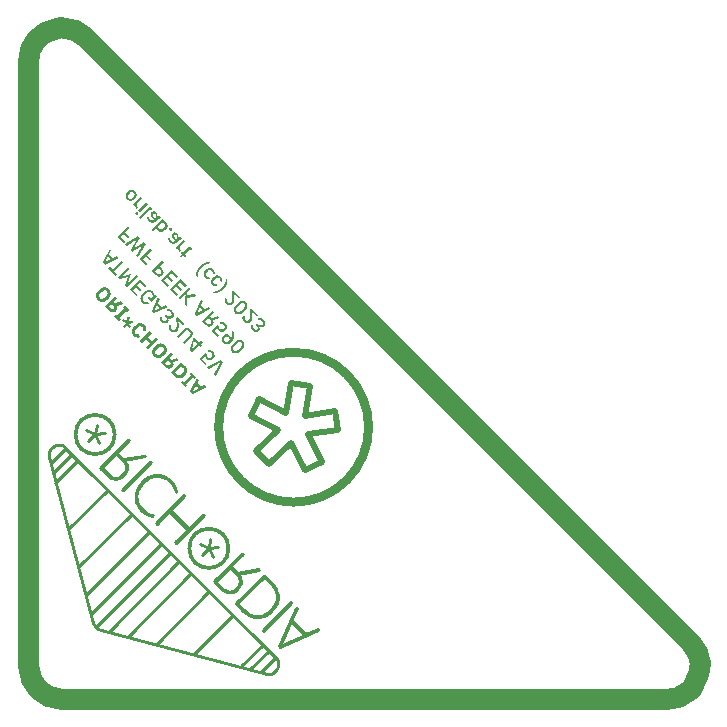
<source format=gbo>
G04 Layer: BottomSilkscreenLayer*
G04 EasyEDA v6.5.34, 2023-08-29 15:51:40*
G04 c19b9e491f004e949dcb7f38ecc8bf32,24d7ea87aaaa49e9b18beb810eddf566,10*
G04 Gerber Generator version 0.2*
G04 Scale: 100 percent, Rotated: No, Reflected: No *
G04 Dimensions in millimeters *
G04 leading zeros omitted , absolute positions ,4 integer and 5 decimal *
%FSLAX45Y45*%
%MOMM*%

%ADD10C,1.8000*%
%ADD11C,0.2540*%
%ADD12C,0.5080*%
%ADD13C,0.7620*%

%LPD*%
G36*
X-134061Y1910384D02*
G01*
X-221843Y1822551D01*
X-167081Y1767789D01*
X-154533Y1780336D01*
X-195122Y1820925D01*
X-170688Y1845360D01*
X-134569Y1809242D01*
X-122021Y1821840D01*
X-158089Y1857959D01*
X-119837Y1896211D01*
G37*
G36*
X-49428Y1825802D02*
G01*
X-157937Y1758645D01*
X-143560Y1744268D01*
X-56997Y1800656D01*
X-56641Y1800301D01*
X-110489Y1711198D01*
X-94691Y1695399D01*
X-6146Y1749450D01*
X-5791Y1749094D01*
X-61467Y1662175D01*
X-47650Y1648358D01*
X18643Y1757730D01*
X2641Y1773682D01*
X-87172Y1719478D01*
X-87325Y1719630D01*
X-33477Y1809800D01*
G37*
G36*
X54000Y1722323D02*
G01*
X-33832Y1634489D01*
X21132Y1579575D01*
X33731Y1592122D01*
X-7061Y1632915D01*
X17373Y1657299D01*
X53492Y1621231D01*
X66040Y1633778D01*
X29921Y1669897D01*
X68173Y1708150D01*
G37*
G36*
X155498Y1620875D02*
G01*
X67665Y1533042D01*
X69289Y1531416D01*
X94437Y1531416D01*
X122275Y1559255D01*
X144881Y1536649D01*
X147269Y1533906D01*
X148996Y1531112D01*
X150063Y1528267D01*
X150469Y1525320D01*
X150114Y1522476D01*
X149148Y1519682D01*
X147523Y1516989D01*
X145237Y1514348D01*
X139141Y1508252D01*
X136499Y1505966D01*
X133807Y1504340D01*
X131013Y1503375D01*
X128168Y1503019D01*
X125323Y1503527D01*
X122529Y1504645D01*
X119786Y1506423D01*
X117043Y1508810D01*
X94437Y1531416D01*
X69289Y1531416D01*
X105359Y1495298D01*
X117906Y1486357D01*
X131419Y1483664D01*
X144780Y1487068D01*
X157276Y1496212D01*
X166420Y1508709D01*
X169875Y1522069D01*
X167132Y1535582D01*
X158191Y1548130D01*
X134670Y1571650D01*
X169672Y1606651D01*
G37*
G36*
X234137Y1542186D02*
G01*
X146304Y1454353D01*
X202539Y1398168D01*
X215138Y1410716D01*
X173278Y1452575D01*
X197713Y1477010D01*
X235762Y1438910D01*
X248361Y1451508D01*
X210261Y1489557D01*
X235966Y1515262D01*
X277774Y1473403D01*
X290372Y1486001D01*
G37*
G36*
X308864Y1467459D02*
G01*
X221030Y1379677D01*
X277063Y1323594D01*
X289661Y1336192D01*
X247802Y1378051D01*
X272237Y1402486D01*
X310286Y1364386D01*
X322884Y1376934D01*
X284784Y1415034D01*
X310489Y1440738D01*
X352348Y1398879D01*
X364896Y1411427D01*
G37*
G36*
X383387Y1392936D02*
G01*
X295554Y1305102D01*
X309778Y1290929D01*
X354330Y1335481D01*
X354838Y1334922D01*
X351434Y1306372D01*
X346405Y1254302D01*
X363118Y1237589D01*
X368655Y1306017D01*
X453440Y1322882D01*
X436219Y1340154D01*
X368655Y1325778D01*
X370484Y1351635D01*
X397611Y1378762D01*
G37*
G36*
X487934Y1288389D02*
G01*
X432516Y1175461D01*
X451459Y1175461D01*
X477520Y1226972D01*
X503377Y1201115D01*
X452018Y1174902D01*
X451459Y1175461D01*
X432516Y1175461D01*
X430123Y1170584D01*
X447903Y1152804D01*
X565708Y1210665D01*
X550773Y1225550D01*
X519176Y1209751D01*
X486308Y1242618D01*
X502462Y1273860D01*
G37*
G36*
X579170Y1197152D02*
G01*
X491337Y1109370D01*
X492963Y1107744D01*
X518109Y1107744D01*
X545947Y1135583D01*
X568553Y1112926D01*
X570941Y1110234D01*
X572668Y1107440D01*
X573735Y1104544D01*
X574141Y1101648D01*
X573887Y1098702D01*
X572973Y1095857D01*
X571398Y1093114D01*
X569112Y1090472D01*
X563016Y1084376D01*
X560374Y1082090D01*
X557631Y1080516D01*
X554786Y1079601D01*
X551891Y1079347D01*
X549046Y1079855D01*
X546201Y1080973D01*
X543458Y1082700D01*
X540715Y1085088D01*
X518109Y1107744D01*
X492963Y1107744D01*
X529234Y1071473D01*
X541629Y1062634D01*
X555091Y1059942D01*
X568401Y1063294D01*
X580948Y1072540D01*
X585266Y1077366D01*
X588568Y1082294D01*
X590905Y1087323D01*
X592277Y1092454D01*
X592785Y1097788D01*
X592277Y1103172D01*
X590804Y1108557D01*
X588314Y1113993D01*
X644347Y1131976D01*
X628548Y1147775D01*
X575411Y1129842D01*
X557784Y1147419D01*
X593344Y1182979D01*
G37*
G36*
X657707Y1104544D02*
G01*
X652373Y1104341D01*
X644550Y1103426D01*
X646684Y1084732D01*
X650951Y1085646D01*
X658774Y1086408D01*
X662686Y1086002D01*
X666546Y1084986D01*
X670255Y1083462D01*
X673963Y1081125D01*
X677621Y1077925D01*
X681024Y1073912D01*
X683463Y1069898D01*
X684885Y1065784D01*
X685342Y1061567D01*
X684834Y1057351D01*
X683412Y1053236D01*
X681075Y1049223D01*
X676351Y1043990D01*
X672490Y1040688D01*
X668528Y1038301D01*
X664413Y1036878D01*
X660196Y1036421D01*
X655980Y1036828D01*
X651865Y1038250D01*
X647801Y1040688D01*
X643839Y1044143D01*
X641299Y1046937D01*
X639318Y1049731D01*
X637895Y1052525D01*
X637032Y1055268D01*
X636168Y1060704D01*
X636117Y1065885D01*
X622808Y1075944D01*
X577037Y1023670D01*
X626770Y973937D01*
X639165Y986332D01*
X600202Y1025296D01*
X629107Y1058519D01*
X629818Y1057808D01*
X628904Y1053693D01*
X628192Y1048003D01*
X628294Y1044346D01*
X628904Y1040688D01*
X630174Y1037082D01*
X632155Y1033475D01*
X635050Y1029716D01*
X636828Y1027785D01*
X639673Y1025194D01*
X642721Y1022908D01*
X645871Y1020978D01*
X649224Y1019352D01*
X652576Y1018032D01*
X655980Y1017066D01*
X659485Y1016508D01*
X663041Y1016304D01*
X666546Y1016457D01*
X670102Y1016965D01*
X673658Y1017981D01*
X677214Y1019352D01*
X680720Y1021080D01*
X684123Y1023264D01*
X687425Y1025855D01*
X690727Y1028903D01*
X693775Y1032205D01*
X696468Y1035608D01*
X698804Y1039164D01*
X700786Y1042873D01*
X702259Y1046784D01*
X703326Y1050645D01*
X703986Y1054557D01*
X704189Y1058519D01*
X703884Y1062532D01*
X703122Y1066546D01*
X702005Y1070559D01*
X700430Y1074521D01*
X698296Y1078484D01*
X695756Y1082395D01*
X692708Y1086205D01*
X689254Y1089964D01*
X683412Y1095197D01*
X677621Y1099108D01*
X671830Y1101801D01*
X668985Y1102766D01*
X663244Y1104036D01*
G37*
G36*
X744220Y1032103D02*
G01*
X746048Y1019657D01*
X747268Y1008227D01*
X747572Y997661D01*
X747471Y992581D01*
X746556Y982827D01*
X744626Y973582D01*
X743356Y969060D01*
X741680Y964692D01*
X737463Y955954D01*
X734872Y951636D01*
X734009Y952195D01*
X735330Y958240D01*
X735787Y962355D01*
X735736Y966571D01*
X734974Y970838D01*
X733552Y974953D01*
X731367Y979119D01*
X728218Y983335D01*
X726287Y985418D01*
X723442Y988009D01*
X720445Y990244D01*
X717296Y992174D01*
X714044Y993698D01*
X710793Y994918D01*
X707440Y995781D01*
X704037Y996289D01*
X700582Y996391D01*
X697026Y996187D01*
X693470Y995578D01*
X690016Y994562D01*
X683209Y991514D01*
X679907Y989431D01*
X676656Y986891D01*
X673455Y983996D01*
X670356Y980592D01*
X667664Y977087D01*
X665429Y973531D01*
X663600Y969771D01*
X662127Y965911D01*
X661060Y961999D01*
X660501Y957986D01*
X660349Y953973D01*
X660507Y950925D01*
X678129Y950925D01*
X678535Y955141D01*
X679958Y959256D01*
X682396Y963269D01*
X685850Y967282D01*
X691642Y972515D01*
X695655Y974902D01*
X699719Y976274D01*
X703834Y976630D01*
X707898Y976121D01*
X711962Y974699D01*
X715924Y972261D01*
X719785Y968908D01*
X723188Y964996D01*
X725627Y960983D01*
X727151Y956919D01*
X727710Y952753D01*
X727303Y948690D01*
X725881Y944676D01*
X723442Y940714D01*
X718210Y934974D01*
X714197Y931468D01*
X710184Y929030D01*
X706120Y927557D01*
X702005Y927049D01*
X697839Y927608D01*
X693775Y929132D01*
X689762Y931570D01*
X685850Y934974D01*
X682498Y938834D01*
X680059Y942797D01*
X678637Y946861D01*
X678129Y950925D01*
X660507Y950925D01*
X661212Y946150D01*
X662279Y942238D01*
X663752Y938377D01*
X665784Y934466D01*
X668223Y930706D01*
X671068Y926998D01*
X674370Y923442D01*
X678078Y920038D01*
X681888Y917092D01*
X685800Y914653D01*
X689813Y912672D01*
X693826Y911301D01*
X697890Y910336D01*
X702056Y909828D01*
X706323Y909828D01*
X710539Y910285D01*
X714756Y911301D01*
X718921Y912723D01*
X723036Y914653D01*
X727202Y916940D01*
X731367Y919734D01*
X735380Y922985D01*
X739394Y926693D01*
X747928Y936650D01*
X754481Y947521D01*
X757072Y953211D01*
X759256Y958900D01*
X761085Y964590D01*
X762558Y970330D01*
X763727Y976121D01*
X764540Y981811D01*
X764997Y987450D01*
X764895Y998474D01*
X763879Y1008634D01*
X763066Y1013256D01*
G37*
G36*
X809548Y951382D02*
G01*
X804773Y950772D01*
X799896Y949553D01*
X794918Y947724D01*
X789889Y945337D01*
X784809Y942340D01*
X774293Y934770D01*
X763625Y925068D01*
X753922Y914400D01*
X746404Y903884D01*
X743356Y898804D01*
X740918Y893724D01*
X739038Y888746D01*
X737768Y883767D01*
X737158Y878941D01*
X737158Y874369D01*
X755497Y874369D01*
X755599Y877062D01*
X756107Y879805D01*
X758088Y885240D01*
X761288Y890778D01*
X765708Y896518D01*
X770991Y902258D01*
X789127Y920292D01*
X794867Y925118D01*
X800506Y928979D01*
X805992Y931570D01*
X808685Y932434D01*
X811479Y932891D01*
X814120Y933043D01*
X816762Y932789D01*
X819302Y932230D01*
X821740Y931418D01*
X824128Y930148D01*
X826465Y928471D01*
X828802Y926337D01*
X830884Y924052D01*
X832561Y921715D01*
X833831Y919276D01*
X834745Y916787D01*
X835202Y914349D01*
X835406Y911758D01*
X834745Y906373D01*
X833882Y903681D01*
X831291Y898194D01*
X827430Y892556D01*
X822604Y886815D01*
X804570Y868680D01*
X798830Y863396D01*
X793089Y858977D01*
X787552Y855776D01*
X784809Y854608D01*
X782116Y853744D01*
X779373Y853287D01*
X776732Y853135D01*
X774192Y853287D01*
X771702Y853744D01*
X769213Y854659D01*
X766826Y855980D01*
X764489Y857656D01*
X762203Y859688D01*
X760069Y862025D01*
X758393Y864412D01*
X757123Y866800D01*
X756259Y869238D01*
X755700Y871778D01*
X755497Y874369D01*
X737158Y874268D01*
X737717Y869594D01*
X738835Y865073D01*
X740714Y860552D01*
X743204Y856132D01*
X746353Y851865D01*
X750163Y847648D01*
X758545Y840790D01*
X767334Y836421D01*
X776478Y834644D01*
X786079Y835456D01*
X796086Y838657D01*
X806297Y844092D01*
X816711Y851611D01*
X827379Y861314D01*
X837031Y871880D01*
X844499Y882294D01*
X849833Y892454D01*
X853084Y902462D01*
X853846Y912012D01*
X852068Y921207D01*
X847750Y929995D01*
X840841Y938377D01*
X836676Y942187D01*
X832358Y945337D01*
X827938Y947826D01*
X823417Y949655D01*
X818896Y950823D01*
X814273Y951382D01*
G37*
G36*
X-99110Y2219756D02*
G01*
X-103327Y2219706D01*
X-107442Y2219147D01*
X-111607Y2218131D01*
X-115824Y2216708D01*
X-120040Y2214880D01*
X-124206Y2212594D01*
X-128320Y2209800D01*
X-132384Y2206548D01*
X-136347Y2202840D01*
X-140004Y2198928D01*
X-143256Y2194915D01*
X-146050Y2190750D01*
X-148386Y2186482D01*
X-150266Y2182266D01*
X-151688Y2178100D01*
X-152654Y2173935D01*
X-153263Y2169769D01*
X-153263Y2165654D01*
X-136194Y2165654D01*
X-135636Y2169972D01*
X-134010Y2174290D01*
X-131318Y2178608D01*
X-127558Y2182926D01*
X-116433Y2194052D01*
X-112115Y2197811D01*
X-107797Y2200503D01*
X-103479Y2202129D01*
X-99161Y2202637D01*
X-94894Y2202281D01*
X-90830Y2201062D01*
X-86969Y2198878D01*
X-83362Y2195830D01*
X-80314Y2192223D01*
X-78181Y2188362D01*
X-76911Y2184298D01*
X-76555Y2180031D01*
X-77114Y2175713D01*
X-78689Y2171395D01*
X-81381Y2167077D01*
X-85191Y2162810D01*
X-96316Y2151634D01*
X-100634Y2147874D01*
X-104952Y2145182D01*
X-109220Y2143556D01*
X-113537Y2143048D01*
X-117754Y2143455D01*
X-121767Y2144776D01*
X-125577Y2146960D01*
X-129184Y2150059D01*
X-132232Y2153615D01*
X-134416Y2157425D01*
X-135737Y2161438D01*
X-136194Y2165654D01*
X-153263Y2165604D01*
X-152857Y2161489D01*
X-151942Y2157425D01*
X-150571Y2153462D01*
X-148691Y2149551D01*
X-146405Y2145792D01*
X-143662Y2142185D01*
X-140512Y2138730D01*
X-137007Y2135530D01*
X-133400Y2132787D01*
X-129641Y2130501D01*
X-125780Y2128672D01*
X-121767Y2127300D01*
X-117703Y2126386D01*
X-113588Y2125929D01*
X-109423Y2125980D01*
X-105206Y2126488D01*
X-101041Y2127453D01*
X-96875Y2128875D01*
X-92710Y2130806D01*
X-88442Y2133193D01*
X-84328Y2135987D01*
X-80314Y2139188D01*
X-76352Y2142845D01*
X-72644Y2146858D01*
X-69392Y2150872D01*
X-66649Y2154986D01*
X-64363Y2159203D01*
X-62433Y2163318D01*
X-60960Y2167483D01*
X-59994Y2171700D01*
X-59486Y2175916D01*
X-59436Y2180082D01*
X-59893Y2184196D01*
X-60807Y2188260D01*
X-62179Y2192223D01*
X-63957Y2196185D01*
X-66192Y2199995D01*
X-68884Y2203653D01*
X-72085Y2207158D01*
X-75539Y2210308D01*
X-79197Y2213051D01*
X-83007Y2215286D01*
X-86969Y2217013D01*
X-90932Y2218385D01*
X-94996Y2219299D01*
G37*
G36*
X-28397Y2160270D02*
G01*
X-93776Y2094890D01*
X-80162Y2081225D01*
X-67564Y2093823D01*
X-66852Y2093112D01*
X-68376Y2089759D01*
X-69392Y2086254D01*
X-69900Y2082495D01*
X-69900Y2078532D01*
X-69088Y2074468D01*
X-67462Y2070404D01*
X-64871Y2066442D01*
X-61467Y2062581D01*
X-57861Y2058974D01*
X-44602Y2072284D01*
X-53644Y2081631D01*
X-56540Y2085492D01*
X-58674Y2089150D01*
X-60045Y2092756D01*
X-60401Y2096109D01*
X-59943Y2099310D01*
X-58623Y2102256D01*
X-56438Y2104948D01*
X-14782Y2146604D01*
G37*
G36*
X19710Y2112162D02*
G01*
X-45669Y2046782D01*
X-32004Y2033117D01*
X33375Y2098497D01*
G37*
G36*
X52933Y2071725D02*
G01*
X49479Y2071268D01*
X46126Y2069998D01*
X42824Y2068017D01*
X39674Y2065274D01*
X-39928Y1985721D01*
X-26263Y1972056D01*
X55626Y2053945D01*
X64617Y2044954D01*
X75742Y2056079D01*
X66954Y2064918D01*
X63449Y2067966D01*
X59943Y2070100D01*
X56438Y2071370D01*
G37*
G36*
X85801Y2038502D02*
G01*
X80619Y2037994D01*
X75641Y2036368D01*
X70815Y2033625D01*
X66243Y2029714D01*
X59436Y2019401D01*
X58521Y2007971D01*
X60259Y2003755D01*
X75031Y2003755D01*
X78079Y2013915D01*
X80416Y2016252D01*
X82651Y2018080D01*
X84937Y2019249D01*
X87376Y2019757D01*
X89966Y2019655D01*
X92557Y2019096D01*
X95148Y2017928D01*
X97739Y2016201D01*
X100380Y2013915D01*
X103276Y2010613D01*
X105511Y2007311D01*
X107137Y2003907D01*
X108102Y2000402D01*
X108305Y1997049D01*
X107797Y1993950D01*
X106527Y1991106D01*
X104495Y1988566D01*
X95148Y1979218D01*
X83464Y1990902D01*
X75031Y2003755D01*
X60259Y2003755D01*
X63652Y1995525D01*
X74472Y1982266D01*
X86360Y1970430D01*
X80772Y1964842D01*
X77774Y1962251D01*
X74676Y1960372D01*
X71475Y1959203D01*
X68224Y1958746D01*
X64871Y1959254D01*
X61518Y1960575D01*
X58115Y1962759D01*
X54762Y1965756D01*
X52120Y1968652D01*
X50088Y1971649D01*
X48666Y1974697D01*
X47752Y1977796D01*
X47345Y1980895D01*
X47294Y1983993D01*
X47548Y1987143D01*
X48107Y1990343D01*
X32664Y1991106D01*
X31750Y1986635D01*
X31495Y1982114D01*
X31750Y1977491D01*
X32664Y1972767D01*
X34239Y1967992D01*
X36779Y1963267D01*
X40182Y1958492D01*
X44500Y1953717D01*
X57099Y1944065D01*
X69799Y1940255D01*
X82143Y1942338D01*
X93522Y1950313D01*
X126390Y1983181D01*
X133400Y1976170D01*
X144526Y1987296D01*
X136804Y1995017D01*
X134112Y1997405D01*
X131318Y1999030D01*
X128422Y1999996D01*
X125476Y2000250D01*
X122580Y1999894D01*
X119684Y1999081D01*
X116789Y1997760D01*
X113995Y1995932D01*
X113487Y1996490D01*
X115214Y2000605D01*
X116230Y2004669D01*
X116382Y2008784D01*
X115824Y2012797D01*
X114554Y2016861D01*
X112674Y2020824D01*
X110083Y2024583D01*
X106832Y2028240D01*
X101650Y2032762D01*
X96469Y2035962D01*
X91186Y2037842D01*
G37*
G36*
X-58572Y2032406D02*
G01*
X-60502Y2032203D01*
X-62382Y2031593D01*
X-64109Y2030577D01*
X-67919Y2027021D01*
X-69291Y2025446D01*
X-70205Y2023719D01*
X-70815Y2021941D01*
X-70967Y2020011D01*
X-70815Y2017928D01*
X-70053Y2015845D01*
X-68732Y2013712D01*
X-66852Y2011578D01*
X-64769Y2009749D01*
X-62738Y2008530D01*
X-60655Y2007768D01*
X-58572Y2007616D01*
X-56743Y2007870D01*
X-55016Y2008530D01*
X-53340Y2009495D01*
X-49631Y2013000D01*
X-48209Y2014626D01*
X-47142Y2016353D01*
X-46482Y2018131D01*
X-46177Y2020011D01*
X-46482Y2021992D01*
X-47244Y2023973D01*
X-48514Y2026005D01*
X-50342Y2028088D01*
X-52476Y2029968D01*
X-54559Y2031339D01*
X-56591Y2032101D01*
G37*
G36*
X157835Y1974037D02*
G01*
X91287Y1907489D01*
X123850Y1907489D01*
X124358Y1910740D01*
X125730Y1913686D01*
X127812Y1916379D01*
X150266Y1938832D01*
X152958Y1940966D01*
X155905Y1942287D01*
X159156Y1942846D01*
X162661Y1942592D01*
X166217Y1941728D01*
X169621Y1940204D01*
X172974Y1938070D01*
X176174Y1935225D01*
X179273Y1931517D01*
X181457Y1927606D01*
X182676Y1923440D01*
X182981Y1919071D01*
X182422Y1914753D01*
X180949Y1910588D01*
X178562Y1906574D01*
X175260Y1902714D01*
X163931Y1891385D01*
X160070Y1888083D01*
X156057Y1885645D01*
X151790Y1884121D01*
X147421Y1883511D01*
X143103Y1883867D01*
X139039Y1885188D01*
X135128Y1887372D01*
X131419Y1890522D01*
X128625Y1893722D01*
X126441Y1897024D01*
X124917Y1900428D01*
X124053Y1903984D01*
X123850Y1907489D01*
X91287Y1907489D01*
X64769Y1880971D01*
X78638Y1867154D01*
X117043Y1905609D01*
X117602Y1905050D01*
X116128Y1901088D01*
X115316Y1897125D01*
X115163Y1893112D01*
X115620Y1889048D01*
X116738Y1885137D01*
X118465Y1881378D01*
X120751Y1877872D01*
X123698Y1874520D01*
X137109Y1865630D01*
X152095Y1864106D01*
X159918Y1866138D01*
X167843Y1869897D01*
X175818Y1875383D01*
X183896Y1882597D01*
X191160Y1890725D01*
X196697Y1898751D01*
X200507Y1906727D01*
X202539Y1914550D01*
X201015Y1929587D01*
X192125Y1942947D01*
X188772Y1945893D01*
X185216Y1948180D01*
X181406Y1949805D01*
X177393Y1950872D01*
X173380Y1951329D01*
X169367Y1951177D01*
X165404Y1950364D01*
X161442Y1948891D01*
X160883Y1949399D01*
X171653Y1960168D01*
G37*
G36*
X230733Y1899310D02*
G01*
X228396Y1899005D01*
X226212Y1898294D01*
X224180Y1897125D01*
X222300Y1895551D01*
X218846Y1891792D01*
X217678Y1889760D01*
X216966Y1887575D01*
X216763Y1885289D01*
X216865Y1882952D01*
X217627Y1880616D01*
X219049Y1878279D01*
X221030Y1875942D01*
X223418Y1873910D01*
X225755Y1872488D01*
X228142Y1871675D01*
X230581Y1871472D01*
X232765Y1871776D01*
X234899Y1872538D01*
X236880Y1873757D01*
X240639Y1877212D01*
X242214Y1879092D01*
X243433Y1881073D01*
X244195Y1883206D01*
X244602Y1885492D01*
X244348Y1887880D01*
X243535Y1890268D01*
X242112Y1892655D01*
X240080Y1894992D01*
X237744Y1897024D01*
X235407Y1898396D01*
X233070Y1899157D01*
G37*
G36*
X264160Y1860143D02*
G01*
X258876Y1859737D01*
X253847Y1858162D01*
X249021Y1855419D01*
X244398Y1851507D01*
X237642Y1841195D01*
X236829Y1829612D01*
X238564Y1825396D01*
X253390Y1825396D01*
X256438Y1835556D01*
X258775Y1837893D01*
X260959Y1839722D01*
X263245Y1840941D01*
X265633Y1841500D01*
X268122Y1841449D01*
X270764Y1840839D01*
X273405Y1839671D01*
X275996Y1837994D01*
X278536Y1835708D01*
X281432Y1832457D01*
X283667Y1829104D01*
X285292Y1825701D01*
X286258Y1822246D01*
X286512Y1818893D01*
X286004Y1815795D01*
X284683Y1812950D01*
X282651Y1810410D01*
X273304Y1801063D01*
X261823Y1812543D01*
X253390Y1825396D01*
X238564Y1825396D01*
X241909Y1817268D01*
X252831Y1803958D01*
X264515Y1792274D01*
X258927Y1786686D01*
X255930Y1784096D01*
X252831Y1782216D01*
X249631Y1781048D01*
X246379Y1780590D01*
X243128Y1781048D01*
X239775Y1782318D01*
X236372Y1784553D01*
X232917Y1787601D01*
X230327Y1790496D01*
X228346Y1793443D01*
X226923Y1796440D01*
X226060Y1799437D01*
X225704Y1802536D01*
X225856Y1808784D01*
X226415Y1812036D01*
X210820Y1812899D01*
X209956Y1808480D01*
X209651Y1803958D01*
X209956Y1799336D01*
X210820Y1794611D01*
X212445Y1789836D01*
X214934Y1785061D01*
X218338Y1780336D01*
X222656Y1775561D01*
X235407Y1765757D01*
X248158Y1761896D01*
X260451Y1763979D01*
X271881Y1771954D01*
X304749Y1804822D01*
X311556Y1798015D01*
X322732Y1809140D01*
X314960Y1816862D01*
X312267Y1819198D01*
X309473Y1820875D01*
X306578Y1821840D01*
X303682Y1822094D01*
X300736Y1821738D01*
X297891Y1820875D01*
X295097Y1819503D01*
X292354Y1817573D01*
X291642Y1818284D01*
X293471Y1822348D01*
X294487Y1826361D01*
X294741Y1830425D01*
X294132Y1834489D01*
X292912Y1838553D01*
X291033Y1842465D01*
X288442Y1846275D01*
X285191Y1849932D01*
X280009Y1854403D01*
X274777Y1857603D01*
X269494Y1859534D01*
G37*
G36*
X336194Y1795678D02*
G01*
X270814Y1730298D01*
X284429Y1716633D01*
X297027Y1729232D01*
X297738Y1728520D01*
X296214Y1725168D01*
X295198Y1721612D01*
X294690Y1717903D01*
X294690Y1713941D01*
X295503Y1709877D01*
X297180Y1705813D01*
X299720Y1701850D01*
X303123Y1697989D01*
X306730Y1694383D01*
X320040Y1707692D01*
X314604Y1713077D01*
X310946Y1717039D01*
X308051Y1720850D01*
X305917Y1724558D01*
X304546Y1728165D01*
X304190Y1731518D01*
X304647Y1734718D01*
X305968Y1737664D01*
X308152Y1740357D01*
X349808Y1782013D01*
G37*
G36*
X388620Y1736039D02*
G01*
X384911Y1735632D01*
X381254Y1734362D01*
X377698Y1732229D01*
X374243Y1729232D01*
X334365Y1689354D01*
X324307Y1699412D01*
X313029Y1688084D01*
X319887Y1681022D01*
X320954Y1679448D01*
X321614Y1677873D01*
X321818Y1676400D01*
X321462Y1674977D01*
X320751Y1673453D01*
X318211Y1670304D01*
X306730Y1658823D01*
X319125Y1646428D01*
X336905Y1664207D01*
X350570Y1650542D01*
X361848Y1661871D01*
X348234Y1675536D01*
X391160Y1718462D01*
X403707Y1705864D01*
X414832Y1716989D01*
X402996Y1728876D01*
X399389Y1732025D01*
X395782Y1734261D01*
X392226Y1735582D01*
G37*
G36*
X553161Y1609191D02*
G01*
X548538Y1609090D01*
X543814Y1608683D01*
X538937Y1607972D01*
X533908Y1606956D01*
X528828Y1605584D01*
X518464Y1601876D01*
X513283Y1599590D01*
X508203Y1596999D01*
X503174Y1594104D01*
X498195Y1590903D01*
X493217Y1587347D01*
X488340Y1583537D01*
X478942Y1574952D01*
X474472Y1570228D01*
X470306Y1565452D01*
X466496Y1560626D01*
X462991Y1555699D01*
X459740Y1550670D01*
X456793Y1545590D01*
X454151Y1540408D01*
X449834Y1530096D01*
X448208Y1524965D01*
X446887Y1519936D01*
X445160Y1509979D01*
X444703Y1505204D01*
X444652Y1496110D01*
X457606Y1483156D01*
X457860Y1493113D01*
X459028Y1503273D01*
X460044Y1508252D01*
X461314Y1513179D01*
X462838Y1518056D01*
X466598Y1527556D01*
X471271Y1536750D01*
X473913Y1541170D01*
X480059Y1549450D01*
X483362Y1553311D01*
X500532Y1570482D01*
X508355Y1576832D01*
X512572Y1579778D01*
X516991Y1582470D01*
X526135Y1587144D01*
X535686Y1590903D01*
X545541Y1593799D01*
X550621Y1594866D01*
X555701Y1595577D01*
X565658Y1596186D01*
X570585Y1596136D01*
X557631Y1609090D01*
G37*
G36*
X561746Y1558899D02*
G01*
X557631Y1558798D01*
X553516Y1558188D01*
X549351Y1557172D01*
X545236Y1555699D01*
X541121Y1553768D01*
X537006Y1551381D01*
X532942Y1548536D01*
X528929Y1545234D01*
X524967Y1541526D01*
X521309Y1537614D01*
X518007Y1533652D01*
X515162Y1529537D01*
X512724Y1525371D01*
X510793Y1521256D01*
X509320Y1517091D01*
X508304Y1512976D01*
X507695Y1508861D01*
X507593Y1504746D01*
X507949Y1500682D01*
X508863Y1496669D01*
X510235Y1492656D01*
X512064Y1488795D01*
X514400Y1484985D01*
X517194Y1481328D01*
X520446Y1477772D01*
X525424Y1473352D01*
X530504Y1469847D01*
X535686Y1467408D01*
X540918Y1465935D01*
X546252Y1465427D01*
X551535Y1465630D01*
X556666Y1466646D01*
X561746Y1468424D01*
X555853Y1485138D01*
X552856Y1483868D01*
X549859Y1483004D01*
X546862Y1482699D01*
X543814Y1482801D01*
X540715Y1483563D01*
X537718Y1484884D01*
X534771Y1486763D01*
X531926Y1489252D01*
X528726Y1493113D01*
X526491Y1497025D01*
X525373Y1501089D01*
X525322Y1505254D01*
X526084Y1509522D01*
X527710Y1513586D01*
X530199Y1517599D01*
X533552Y1521409D01*
X545236Y1533093D01*
X549097Y1536446D01*
X553059Y1538935D01*
X557174Y1540560D01*
X561390Y1541373D01*
X565658Y1541373D01*
X569772Y1540256D01*
X573735Y1538122D01*
X577545Y1534871D01*
X580237Y1531823D01*
X582218Y1528673D01*
X583488Y1525524D01*
X584047Y1522323D01*
X584149Y1519021D01*
X583844Y1515668D01*
X583082Y1512214D01*
X581863Y1508658D01*
X597865Y1503832D01*
X599846Y1509420D01*
X600964Y1515008D01*
X601218Y1520494D01*
X600557Y1525930D01*
X598932Y1531264D01*
X596493Y1536446D01*
X593140Y1541424D01*
X588873Y1546199D01*
X585317Y1549450D01*
X581609Y1552244D01*
X577748Y1554480D01*
X573786Y1556258D01*
X569823Y1557629D01*
X565810Y1558493D01*
G37*
G36*
X625144Y1495501D02*
G01*
X621030Y1495399D01*
X616915Y1494790D01*
X612749Y1493774D01*
X608634Y1492300D01*
X604520Y1490370D01*
X600405Y1487982D01*
X596341Y1485138D01*
X592328Y1481836D01*
X588365Y1478127D01*
X584708Y1474216D01*
X581406Y1470253D01*
X578561Y1466138D01*
X576122Y1461973D01*
X574192Y1457858D01*
X572719Y1453692D01*
X571703Y1449578D01*
X571093Y1445463D01*
X570992Y1441348D01*
X571347Y1437284D01*
X572262Y1433271D01*
X573633Y1429258D01*
X575462Y1425397D01*
X577799Y1421587D01*
X580593Y1417929D01*
X583844Y1414373D01*
X588772Y1410004D01*
X593801Y1406601D01*
X598932Y1404162D01*
X604164Y1402689D01*
X609498Y1402181D01*
X614730Y1402435D01*
X619912Y1403451D01*
X624992Y1405229D01*
X619048Y1421892D01*
X616153Y1420571D01*
X613156Y1419707D01*
X610158Y1419402D01*
X607009Y1419606D01*
X604012Y1420266D01*
X601065Y1421536D01*
X598170Y1423365D01*
X595325Y1425854D01*
X592074Y1429715D01*
X589889Y1433677D01*
X588670Y1437792D01*
X588518Y1442008D01*
X589381Y1446174D01*
X591058Y1450238D01*
X593598Y1454200D01*
X596950Y1458010D01*
X608634Y1469694D01*
X612444Y1473047D01*
X616407Y1475587D01*
X620471Y1477264D01*
X624636Y1478127D01*
X628954Y1478076D01*
X633120Y1476908D01*
X637133Y1474724D01*
X640943Y1471472D01*
X643585Y1468475D01*
X645566Y1465376D01*
X646836Y1462176D01*
X647446Y1458925D01*
X647547Y1455623D01*
X647242Y1452270D01*
X646480Y1448816D01*
X645261Y1445260D01*
X661263Y1440434D01*
X663244Y1446022D01*
X664362Y1451610D01*
X664616Y1457096D01*
X663956Y1462481D01*
X662330Y1467866D01*
X659892Y1473047D01*
X656539Y1478026D01*
X652272Y1482801D01*
X648716Y1486052D01*
X645007Y1488795D01*
X641146Y1491081D01*
X637184Y1492859D01*
X633222Y1494231D01*
X629208Y1495094D01*
G37*
G36*
X696112Y1470609D02*
G01*
X696061Y1460652D01*
X695604Y1455674D01*
X694842Y1450644D01*
X692404Y1440586D01*
X690880Y1435709D01*
X687120Y1426159D01*
X682447Y1417015D01*
X679754Y1412595D01*
X673709Y1404366D01*
X670458Y1400556D01*
X653288Y1383385D01*
X645363Y1376934D01*
X641146Y1373936D01*
X632155Y1368856D01*
X627532Y1366621D01*
X618032Y1362862D01*
X613156Y1361338D01*
X608228Y1360068D01*
X603250Y1359052D01*
X593191Y1357782D01*
X583133Y1357630D01*
X596087Y1344676D01*
X600608Y1344472D01*
X605282Y1344625D01*
X610057Y1345133D01*
X619912Y1346911D01*
X624941Y1348232D01*
X635203Y1351889D01*
X640384Y1354175D01*
X645566Y1356817D01*
X650646Y1359763D01*
X660704Y1366418D01*
X665581Y1370177D01*
X670356Y1374343D01*
X675081Y1378813D01*
X679500Y1383436D01*
X683615Y1388262D01*
X687425Y1393139D01*
X694080Y1403197D01*
X696976Y1408226D01*
X699566Y1413306D01*
X701852Y1418488D01*
X705561Y1428851D01*
X707948Y1438960D01*
X708710Y1443786D01*
X709117Y1448511D01*
X709218Y1453134D01*
X709015Y1457655D01*
G37*
G36*
X760069Y1371803D02*
G01*
X746556Y1358341D01*
X749655Y1299108D01*
X749503Y1293469D01*
X748995Y1288237D01*
X748182Y1283462D01*
X747014Y1279144D01*
X745337Y1275181D01*
X743051Y1271574D01*
X738682Y1266748D01*
X735380Y1263954D01*
X731926Y1261973D01*
X728370Y1260856D01*
X724662Y1260652D01*
X721055Y1261110D01*
X717550Y1262380D01*
X714146Y1264412D01*
X710844Y1267256D01*
X707593Y1271066D01*
X706374Y1272946D01*
X704748Y1276705D01*
X703834Y1280464D01*
X703630Y1282344D01*
X703986Y1286256D01*
X704900Y1290066D01*
X706272Y1293926D01*
X708152Y1297635D01*
X690880Y1305153D01*
X688441Y1299565D01*
X687476Y1296568D01*
X686104Y1290370D01*
X685647Y1283970D01*
X685850Y1280769D01*
X686358Y1277366D01*
X687171Y1273962D01*
X688238Y1270609D01*
X689660Y1267256D01*
X691489Y1263853D01*
X693724Y1260500D01*
X696417Y1257147D01*
X699516Y1253794D01*
X702868Y1250696D01*
X706323Y1247952D01*
X709879Y1245666D01*
X713536Y1243736D01*
X717092Y1242314D01*
X720648Y1241298D01*
X724204Y1240637D01*
X727710Y1240332D01*
X731215Y1240434D01*
X734618Y1240942D01*
X738022Y1241907D01*
X744677Y1244803D01*
X747877Y1246733D01*
X750874Y1249019D01*
X753770Y1251661D01*
X756310Y1254404D01*
X758545Y1257198D01*
X760425Y1260144D01*
X763371Y1266240D01*
X765302Y1272692D01*
X766419Y1279702D01*
X766876Y1286967D01*
X766419Y1302054D01*
X763270Y1344523D01*
X807618Y1300124D01*
X819658Y1312164D01*
G37*
G36*
X834898Y1281531D02*
G01*
X830071Y1280922D01*
X825296Y1279652D01*
X820369Y1277823D01*
X815289Y1275435D01*
X810158Y1272489D01*
X799795Y1264818D01*
X789127Y1255064D01*
X779424Y1244447D01*
X771702Y1234033D01*
X768756Y1228902D01*
X766368Y1223873D01*
X764540Y1218946D01*
X763270Y1214120D01*
X762660Y1209294D01*
X762660Y1204671D01*
X781050Y1204671D01*
X781253Y1207312D01*
X781761Y1210005D01*
X782624Y1212697D01*
X783793Y1215440D01*
X786993Y1220927D01*
X791260Y1226566D01*
X796493Y1232255D01*
X814832Y1250442D01*
X820470Y1255217D01*
X826058Y1258976D01*
X831494Y1261567D01*
X834237Y1262430D01*
X836879Y1262989D01*
X839520Y1263142D01*
X842111Y1262989D01*
X844651Y1262430D01*
X847140Y1261516D01*
X849528Y1260246D01*
X851865Y1258570D01*
X854151Y1256487D01*
X856234Y1254201D01*
X857910Y1251864D01*
X859180Y1249476D01*
X860094Y1246987D01*
X860602Y1244447D01*
X860806Y1241856D01*
X860602Y1239215D01*
X860094Y1236573D01*
X859231Y1233881D01*
X856640Y1228394D01*
X852881Y1222806D01*
X848106Y1217168D01*
X829919Y1198829D01*
X824230Y1193596D01*
X818591Y1189329D01*
X813053Y1186129D01*
X810361Y1184960D01*
X807618Y1184097D01*
X804976Y1183589D01*
X802335Y1183386D01*
X799744Y1183589D01*
X797204Y1184097D01*
X794664Y1184960D01*
X792175Y1186180D01*
X789838Y1187805D01*
X787552Y1189888D01*
X785469Y1192174D01*
X783844Y1194511D01*
X782624Y1197000D01*
X781761Y1199540D01*
X781253Y1202080D01*
X781050Y1204671D01*
X762660Y1204671D01*
X763219Y1199743D01*
X764336Y1195070D01*
X766114Y1190650D01*
X768604Y1186281D01*
X771702Y1182014D01*
X775512Y1177848D01*
X783894Y1170940D01*
X792683Y1166672D01*
X801928Y1164945D01*
X811580Y1165809D01*
X821486Y1168958D01*
X831646Y1174292D01*
X842060Y1181811D01*
X852728Y1191463D01*
X862431Y1202131D01*
X869899Y1212545D01*
X875233Y1222705D01*
X878433Y1232611D01*
X879297Y1242263D01*
X877569Y1251508D01*
X873252Y1260348D01*
X866394Y1268730D01*
X862177Y1272489D01*
X857910Y1275588D01*
X853490Y1277975D01*
X848969Y1279652D01*
X844346Y1280871D01*
X839673Y1281531D01*
G37*
G36*
X910894Y1220927D02*
G01*
X897432Y1207465D01*
X900531Y1148232D01*
X900379Y1142593D01*
X899871Y1137361D01*
X899058Y1132586D01*
X897890Y1128268D01*
X896162Y1124305D01*
X893927Y1120698D01*
X889558Y1115872D01*
X886256Y1113078D01*
X882802Y1111097D01*
X879246Y1110030D01*
X875537Y1109776D01*
X871931Y1110234D01*
X868375Y1111504D01*
X864971Y1113586D01*
X861720Y1116431D01*
X858469Y1120190D01*
X857250Y1122070D01*
X855573Y1125829D01*
X854710Y1129588D01*
X854506Y1131519D01*
X854811Y1135380D01*
X855776Y1139240D01*
X857148Y1143101D01*
X859028Y1146759D01*
X841756Y1154328D01*
X839317Y1148689D01*
X838352Y1145743D01*
X836980Y1139494D01*
X836523Y1133094D01*
X836726Y1129893D01*
X837234Y1126490D01*
X838047Y1123086D01*
X839114Y1119733D01*
X840486Y1116431D01*
X842365Y1113028D01*
X844600Y1109624D01*
X847293Y1106271D01*
X850392Y1102918D01*
X853744Y1099820D01*
X857199Y1097076D01*
X860755Y1094790D01*
X864412Y1092860D01*
X867968Y1091438D01*
X871524Y1090422D01*
X875080Y1089761D01*
X878586Y1089456D01*
X882091Y1089558D01*
X885494Y1090117D01*
X888898Y1091031D01*
X895553Y1093927D01*
X898753Y1095908D01*
X901750Y1098143D01*
X904646Y1100785D01*
X907186Y1103528D01*
X911301Y1109268D01*
X912876Y1112266D01*
X915314Y1118565D01*
X916838Y1125220D01*
X917600Y1132433D01*
X917752Y1139748D01*
X917041Y1155192D01*
X914146Y1193647D01*
X958494Y1149299D01*
X970534Y1161288D01*
G37*
G36*
X978255Y1137056D02*
G01*
X972819Y1136650D01*
X967689Y1135786D01*
X970026Y1117295D01*
X974191Y1118057D01*
X978458Y1118565D01*
X982421Y1118666D01*
X986332Y1118209D01*
X990142Y1117041D01*
X993902Y1115314D01*
X997813Y1112774D01*
X1001623Y1109421D01*
X1005128Y1105458D01*
X1007668Y1101445D01*
X1009345Y1097432D01*
X1010056Y1093419D01*
X1009802Y1089406D01*
X1008684Y1085545D01*
X1006652Y1081938D01*
X1002893Y1077620D01*
X999388Y1074674D01*
X995730Y1072743D01*
X991920Y1071727D01*
X987958Y1071676D01*
X983996Y1072692D01*
X979932Y1074623D01*
X975817Y1077468D01*
X971600Y1081227D01*
X962456Y1090371D01*
X950417Y1078331D01*
X959205Y1069543D01*
X962863Y1065479D01*
X965453Y1061516D01*
X967079Y1057656D01*
X967689Y1053896D01*
X967587Y1050340D01*
X966724Y1047038D01*
X965149Y1043990D01*
X961898Y1040231D01*
X958850Y1037640D01*
X955649Y1035862D01*
X952347Y1034948D01*
X948994Y1034846D01*
X945540Y1035507D01*
X942136Y1036878D01*
X938784Y1039012D01*
X935532Y1041857D01*
X932687Y1045057D01*
X930402Y1048359D01*
X928725Y1051712D01*
X927608Y1055166D01*
X927049Y1058875D01*
X926947Y1062685D01*
X927303Y1066495D01*
X928166Y1070406D01*
X910539Y1071880D01*
X909828Y1066952D01*
X909472Y1061821D01*
X909726Y1056538D01*
X910742Y1051204D01*
X912723Y1045921D01*
X915416Y1040434D01*
X917092Y1037640D01*
X919073Y1034846D01*
X924001Y1029309D01*
X927100Y1026414D01*
X930300Y1023823D01*
X933602Y1021537D01*
X940358Y1017828D01*
X943762Y1016406D01*
X947115Y1015390D01*
X950417Y1014730D01*
X953820Y1014577D01*
X957122Y1014730D01*
X960374Y1015187D01*
X963523Y1016000D01*
X966622Y1017371D01*
X969568Y1019048D01*
X972362Y1021130D01*
X975055Y1023569D01*
X976985Y1025652D01*
X980135Y1030071D01*
X982268Y1034694D01*
X983437Y1039469D01*
X983742Y1044346D01*
X983589Y1046835D01*
X982573Y1051560D01*
X980846Y1056081D01*
X978458Y1060348D01*
X979169Y1061110D01*
X983742Y1058418D01*
X986078Y1057300D01*
X991108Y1055725D01*
X996340Y1055014D01*
X998931Y1054963D01*
X1004112Y1055725D01*
X1006754Y1056487D01*
X1011834Y1058722D01*
X1016762Y1062228D01*
X1019200Y1064514D01*
X1021892Y1067460D01*
X1024128Y1070559D01*
X1025906Y1073810D01*
X1027328Y1077264D01*
X1028446Y1080770D01*
X1029106Y1084326D01*
X1029309Y1087983D01*
X1029106Y1091641D01*
X1028547Y1095400D01*
X1027582Y1099159D01*
X1026210Y1102918D01*
X1024432Y1106728D01*
X1022350Y1110538D01*
X1019860Y1114247D01*
X1016965Y1117904D01*
X1013663Y1121460D01*
X1010513Y1124407D01*
X1007414Y1126947D01*
X1004316Y1129131D01*
X998321Y1132535D01*
X992479Y1134973D01*
X989584Y1135786D01*
X983894Y1136650D01*
G37*
G36*
X-330352Y1394663D02*
G01*
X-335737Y1394612D01*
X-341071Y1394002D01*
X-346557Y1392783D01*
X-352094Y1390904D01*
X-357784Y1388313D01*
X-368960Y1381252D01*
X-380085Y1371447D01*
X-389991Y1360170D01*
X-397154Y1348994D01*
X-399643Y1343355D01*
X-401472Y1337818D01*
X-402742Y1332331D01*
X-403402Y1326896D01*
X-403435Y1323492D01*
X-377748Y1323492D01*
X-376682Y1328775D01*
X-374446Y1334058D01*
X-371043Y1339291D01*
X-366420Y1344523D01*
X-353314Y1357630D01*
X-342747Y1365758D01*
X-332282Y1368907D01*
X-327101Y1368806D01*
X-322173Y1367434D01*
X-317500Y1364945D01*
X-313080Y1361186D01*
X-309372Y1356766D01*
X-306832Y1352092D01*
X-305511Y1347165D01*
X-305358Y1341983D01*
X-308559Y1331518D01*
X-316687Y1321003D01*
X-329793Y1307846D01*
X-335026Y1303274D01*
X-340258Y1299819D01*
X-345490Y1297584D01*
X-350824Y1296568D01*
X-355904Y1296771D01*
X-360781Y1298194D01*
X-365404Y1300734D01*
X-369824Y1304442D01*
X-373583Y1308862D01*
X-376123Y1313535D01*
X-377494Y1318412D01*
X-377748Y1323492D01*
X-403435Y1323492D01*
X-403453Y1321562D01*
X-402894Y1316329D01*
X-401675Y1311148D01*
X-399846Y1306068D01*
X-397408Y1301140D01*
X-394462Y1296365D01*
X-390956Y1291793D01*
X-386892Y1287373D01*
X-382524Y1283360D01*
X-377901Y1279855D01*
X-373176Y1276908D01*
X-368198Y1274470D01*
X-363169Y1272641D01*
X-357987Y1271422D01*
X-352755Y1270812D01*
X-347370Y1270863D01*
X-341985Y1271524D01*
X-336499Y1272844D01*
X-331012Y1274775D01*
X-325475Y1277315D01*
X-314147Y1284325D01*
X-302818Y1294231D01*
X-293116Y1305407D01*
X-286156Y1316685D01*
X-283514Y1322273D01*
X-281584Y1327810D01*
X-280263Y1333246D01*
X-279654Y1338580D01*
X-279654Y1343914D01*
X-280212Y1349197D01*
X-281432Y1354328D01*
X-283260Y1359408D01*
X-285699Y1364335D01*
X-288645Y1369110D01*
X-292150Y1373682D01*
X-296214Y1378102D01*
X-300583Y1382115D01*
X-305155Y1385620D01*
X-309930Y1388618D01*
X-314858Y1391005D01*
X-319938Y1392885D01*
X-325120Y1394053D01*
G37*
G36*
X-243027Y1322070D02*
G01*
X-330860Y1234236D01*
X-328523Y1231900D01*
X-295148Y1231900D01*
X-272338Y1254709D01*
X-252221Y1234592D01*
X-250291Y1232408D01*
X-248869Y1230172D01*
X-247954Y1227937D01*
X-247548Y1225600D01*
X-247700Y1223365D01*
X-248462Y1221181D01*
X-249783Y1218996D01*
X-251663Y1216812D01*
X-257200Y1211224D01*
X-259384Y1209344D01*
X-261569Y1208074D01*
X-263804Y1207312D01*
X-266039Y1207109D01*
X-268325Y1207516D01*
X-270611Y1208481D01*
X-272846Y1209852D01*
X-274980Y1211783D01*
X-295148Y1231900D01*
X-328523Y1231900D01*
X-289356Y1192733D01*
X-286258Y1189888D01*
X-283057Y1187500D01*
X-279704Y1185519D01*
X-276250Y1183944D01*
X-272745Y1182624D01*
X-269240Y1181709D01*
X-265734Y1181201D01*
X-262229Y1181049D01*
X-258673Y1181404D01*
X-255066Y1182166D01*
X-251460Y1183233D01*
X-247904Y1184656D01*
X-244449Y1186535D01*
X-241046Y1188770D01*
X-237794Y1191412D01*
X-234594Y1194358D01*
X-230581Y1198880D01*
X-227329Y1203604D01*
X-224840Y1208582D01*
X-223113Y1213764D01*
X-222250Y1219098D01*
X-222351Y1224483D01*
X-223418Y1229969D01*
X-225450Y1235506D01*
X-173685Y1252728D01*
X-194919Y1273911D01*
X-242519Y1257198D01*
X-256133Y1270863D01*
X-223977Y1303020D01*
G37*
G36*
X-161696Y1240688D02*
G01*
X-176936Y1225448D01*
X-165608Y1214120D01*
X-222910Y1156817D01*
X-234238Y1168146D01*
X-249478Y1152855D01*
X-207822Y1111199D01*
X-192582Y1126490D01*
X-203860Y1137767D01*
X-146608Y1195070D01*
X-135280Y1183741D01*
X-119989Y1199032D01*
G37*
G36*
X-141376Y1142796D02*
G01*
X-144627Y1107592D01*
X-174599Y1123950D01*
X-183946Y1104544D01*
X-152857Y1091793D01*
X-178003Y1069187D01*
X-161696Y1052830D01*
X-139039Y1077976D01*
X-126288Y1046886D01*
X-107086Y1056436D01*
X-123240Y1086256D01*
X-88239Y1089660D01*
X-92354Y1111402D01*
X-126492Y1104544D01*
X-119633Y1138682D01*
G37*
G36*
X-32156Y1091793D02*
G01*
X-37541Y1091234D01*
X-42976Y1090015D01*
X-48463Y1088186D01*
X-54102Y1085697D01*
X-65125Y1078687D01*
X-76352Y1068832D01*
X-86055Y1057757D01*
X-93268Y1046530D01*
X-95808Y1040841D01*
X-97790Y1035202D01*
X-99161Y1029614D01*
X-99872Y1024077D01*
X-99974Y1018743D01*
X-99415Y1013510D01*
X-98348Y1008329D01*
X-96672Y1003249D01*
X-94284Y998219D01*
X-91338Y993343D01*
X-87731Y988618D01*
X-83566Y984046D01*
X-71170Y974140D01*
X-58419Y968959D01*
X-44907Y968146D01*
X-30022Y971803D01*
X-38100Y996797D01*
X-41706Y995222D01*
X-45262Y994156D01*
X-48768Y993546D01*
X-52324Y993394D01*
X-55829Y994054D01*
X-59334Y995578D01*
X-62890Y997915D01*
X-66497Y1001115D01*
X-70154Y1005433D01*
X-72745Y1010056D01*
X-74218Y1014882D01*
X-74574Y1019962D01*
X-71780Y1030579D01*
X-63804Y1041146D01*
X-49784Y1055166D01*
X-44551Y1059738D01*
X-39319Y1063040D01*
X-34036Y1065022D01*
X-28752Y1065784D01*
X-23622Y1065479D01*
X-18694Y1064056D01*
X-14071Y1061516D01*
X-9753Y1057859D01*
X-6654Y1054303D01*
X-4318Y1050594D01*
X-2844Y1046734D01*
X-2184Y1042771D01*
X-2336Y1038758D01*
X-2895Y1034846D01*
X-3962Y1031036D01*
X-5435Y1027328D01*
X19354Y1020876D01*
X22606Y1035405D01*
X21894Y1049223D01*
X16967Y1062278D01*
X7162Y1074724D01*
X2590Y1078941D01*
X-2032Y1082598D01*
X-6807Y1085697D01*
X-11684Y1088186D01*
X-16713Y1089964D01*
X-21742Y1091184D01*
X-26924Y1091793D01*
G37*
G36*
X52069Y1026972D02*
G01*
X-35763Y939139D01*
X-16560Y919937D01*
X18440Y954938D01*
X51866Y921512D01*
X16865Y886510D01*
X35864Y867460D01*
X123698Y955294D01*
X104698Y974344D01*
X68732Y938428D01*
X35356Y971803D01*
X71272Y1007770D01*
G37*
G36*
X145592Y918718D02*
G01*
X140258Y918667D01*
X134874Y918057D01*
X129489Y916787D01*
X123952Y914806D01*
X118313Y912215D01*
X107035Y905256D01*
X95859Y895502D01*
X86004Y884174D01*
X78994Y872845D01*
X76454Y867308D01*
X74523Y861821D01*
X73202Y856386D01*
X72542Y850950D01*
X72509Y847547D01*
X98196Y847547D01*
X99263Y852830D01*
X101498Y858113D01*
X104902Y863346D01*
X109524Y868578D01*
X122631Y881684D01*
X133197Y889812D01*
X143662Y892962D01*
X148844Y892810D01*
X153771Y891489D01*
X158445Y888949D01*
X162864Y885240D01*
X166573Y880821D01*
X169113Y876147D01*
X170434Y871219D01*
X170586Y866038D01*
X167386Y855573D01*
X159258Y845007D01*
X146151Y831900D01*
X140970Y827278D01*
X135686Y823874D01*
X130454Y821639D01*
X125171Y820572D01*
X120040Y820826D01*
X115163Y822198D01*
X110540Y824788D01*
X106121Y828497D01*
X102412Y832916D01*
X99822Y837590D01*
X98450Y842467D01*
X98196Y847547D01*
X72509Y847547D01*
X72491Y845616D01*
X73050Y840333D01*
X74269Y835202D01*
X76098Y830122D01*
X78536Y825195D01*
X81534Y820419D01*
X84988Y815848D01*
X89052Y811428D01*
X93472Y807415D01*
X98044Y803910D01*
X102768Y800912D01*
X107746Y798525D01*
X112826Y796645D01*
X117957Y795477D01*
X123240Y794867D01*
X128574Y794918D01*
X134010Y795578D01*
X139496Y796848D01*
X145034Y798728D01*
X150672Y801217D01*
X161848Y808329D01*
X173126Y818286D01*
X182880Y829411D01*
X189992Y840536D01*
X192532Y846226D01*
X194411Y851814D01*
X195681Y857250D01*
X196291Y862634D01*
X196342Y867968D01*
X195732Y873201D01*
X194513Y878382D01*
X192684Y883462D01*
X190246Y888390D01*
X187299Y893165D01*
X183794Y897737D01*
X179730Y902157D01*
X175361Y906170D01*
X170789Y909675D01*
X166014Y912621D01*
X161086Y915060D01*
X156006Y916889D01*
X150825Y918108D01*
G37*
G36*
X232917Y846124D02*
G01*
X145084Y758291D01*
X147418Y755954D01*
X180848Y755954D01*
X203657Y778764D01*
X223774Y758647D01*
X225653Y756462D01*
X227075Y754227D01*
X227990Y751992D01*
X228447Y749655D01*
X228244Y747420D01*
X227482Y745185D01*
X226161Y743000D01*
X218744Y735279D01*
X216560Y733399D01*
X214375Y732078D01*
X212140Y731367D01*
X209905Y731164D01*
X207619Y731570D01*
X205333Y732485D01*
X203149Y733907D01*
X200964Y735838D01*
X180848Y755954D01*
X147418Y755954D01*
X186740Y716584D01*
X189788Y713841D01*
X192989Y711454D01*
X196342Y709422D01*
X199847Y707796D01*
X203301Y706577D01*
X206756Y705713D01*
X210210Y705205D01*
X213715Y705104D01*
X217271Y705459D01*
X220878Y706170D01*
X224485Y707288D01*
X228041Y708710D01*
X231546Y710590D01*
X234899Y712825D01*
X238150Y715416D01*
X241350Y718413D01*
X245364Y722934D01*
X248615Y727659D01*
X251104Y732637D01*
X252831Y737819D01*
X253695Y743153D01*
X253593Y748538D01*
X252526Y754024D01*
X250494Y759510D01*
X302260Y776782D01*
X281025Y797966D01*
X233629Y781100D01*
X219811Y794918D01*
X251967Y827074D01*
G37*
G36*
X317703Y761339D02*
G01*
X229870Y673506D01*
X231848Y671525D01*
X265988Y671525D01*
X319836Y725424D01*
X333857Y711403D01*
X337566Y707085D01*
X340207Y702614D01*
X341884Y697941D01*
X342493Y693064D01*
X341833Y688187D01*
X339852Y683209D01*
X336600Y678129D01*
X332079Y672947D01*
X318414Y659333D01*
X313182Y654710D01*
X308102Y651408D01*
X303123Y649478D01*
X298297Y648919D01*
X293420Y649478D01*
X288798Y651154D01*
X284276Y653796D01*
X279958Y657504D01*
X265988Y671525D01*
X231848Y671525D01*
X262890Y640435D01*
X267309Y636422D01*
X271881Y632917D01*
X276656Y629970D01*
X281584Y627532D01*
X286562Y625602D01*
X291642Y624281D01*
X296824Y623620D01*
X302056Y623570D01*
X307289Y624078D01*
X312623Y625246D01*
X318008Y627024D01*
X323443Y629513D01*
X334518Y636270D01*
X345541Y645820D01*
X355041Y656793D01*
X361696Y667766D01*
X364185Y673201D01*
X366014Y678637D01*
X367233Y683971D01*
X367792Y689305D01*
X367690Y694486D01*
X366979Y699617D01*
X365709Y704748D01*
X363829Y709777D01*
X361340Y714654D01*
X358343Y719328D01*
X354787Y723900D01*
X350723Y728268D01*
G37*
G36*
X401929Y677113D02*
G01*
X386638Y661822D01*
X397967Y650494D01*
X340664Y593242D01*
X329387Y604520D01*
X314096Y589280D01*
X355752Y547573D01*
X371043Y562864D01*
X359714Y574192D01*
X417017Y631494D01*
X428345Y620166D01*
X443585Y635406D01*
G37*
G36*
X452374Y626618D02*
G01*
X396750Y516331D01*
X421843Y516331D01*
X445566Y559460D01*
X465683Y539343D01*
X422605Y515620D01*
X421843Y516331D01*
X396750Y516331D01*
X393496Y509879D01*
X417169Y486156D01*
X533552Y545439D01*
X513638Y565404D01*
X486511Y550824D01*
X457250Y580085D01*
X471779Y607212D01*
G37*
G36*
X-288340Y1721612D02*
G01*
X-343782Y1608632D01*
X-324815Y1608632D01*
X-298754Y1660194D01*
X-272897Y1634337D01*
X-324256Y1608124D01*
X-324815Y1608632D01*
X-343782Y1608632D01*
X-346151Y1603806D01*
X-328371Y1586026D01*
X-210566Y1643837D01*
X-225450Y1658772D01*
X-257098Y1642922D01*
X-289966Y1675790D01*
X-273964Y1707235D01*
G37*
G36*
X-186842Y1620113D02*
G01*
X-262128Y1544878D01*
X-288340Y1571091D01*
X-300888Y1558544D01*
X-234289Y1491894D01*
X-221691Y1504492D01*
X-247904Y1530705D01*
X-172669Y1605940D01*
G37*
G36*
X-132638Y1565910D02*
G01*
X-220421Y1478076D01*
X-203758Y1461363D01*
X-135483Y1482547D01*
X-134772Y1481836D01*
X-155956Y1413611D01*
X-139801Y1397406D01*
X-51968Y1485239D01*
X-65633Y1498904D01*
X-132791Y1431747D01*
X-133350Y1432255D01*
X-126136Y1453438D01*
X-110337Y1507693D01*
X-164592Y1491894D01*
X-185623Y1484528D01*
X-186334Y1485239D01*
X-119126Y1552448D01*
G37*
G36*
X-30429Y1463700D02*
G01*
X-118262Y1375867D01*
X-62026Y1319682D01*
X-49479Y1332230D01*
X-91490Y1374241D01*
X-67056Y1398676D01*
X-28803Y1360424D01*
X-16256Y1373022D01*
X-54508Y1411274D01*
X-28803Y1436928D01*
X13208Y1394917D01*
X25806Y1407464D01*
G37*
G36*
X45567Y1372616D02*
G01*
X40335Y1372463D01*
X35102Y1371803D01*
X29718Y1370431D01*
X24231Y1368450D01*
X18592Y1365808D01*
X7518Y1358747D01*
X-3505Y1349095D01*
X-13157Y1338072D01*
X-20370Y1326845D01*
X-22860Y1321206D01*
X-24739Y1315669D01*
X-26009Y1310182D01*
X-26670Y1304747D01*
X-26720Y1299413D01*
X-26212Y1294130D01*
X-25095Y1288999D01*
X-23418Y1283919D01*
X-21082Y1279042D01*
X-18186Y1274368D01*
X-14681Y1269796D01*
X-10668Y1265428D01*
X1574Y1255776D01*
X14681Y1250492D01*
X28092Y1249578D01*
X41757Y1252474D01*
X37084Y1270812D01*
X32664Y1269238D01*
X28194Y1268374D01*
X23723Y1268171D01*
X19151Y1268679D01*
X14732Y1269796D01*
X10414Y1271727D01*
X6197Y1274521D01*
X2082Y1278178D01*
X-5638Y1289202D01*
X-7975Y1301496D01*
X-4775Y1314399D01*
X4419Y1326845D01*
X18592Y1341018D01*
X31038Y1350213D01*
X43942Y1353413D01*
X56388Y1351229D01*
X67462Y1343558D01*
X71221Y1339240D01*
X74269Y1334566D01*
X76504Y1329690D01*
X77724Y1324711D01*
X77978Y1319834D01*
X77622Y1317396D01*
X76149Y1312621D01*
X74980Y1310335D01*
X73456Y1308100D01*
X64769Y1299159D01*
X46634Y1317345D01*
X34391Y1305102D01*
X66192Y1273302D01*
X113080Y1320190D01*
X100685Y1332585D01*
X87376Y1319276D01*
X86868Y1319834D01*
X88849Y1323848D01*
X90068Y1328216D01*
X90373Y1332941D01*
X89916Y1337970D01*
X88442Y1343101D01*
X85902Y1348181D01*
X82397Y1353210D01*
X77876Y1358290D01*
X73914Y1361897D01*
X69697Y1364996D01*
X65278Y1367637D01*
X60655Y1369771D01*
X55727Y1371295D01*
X50698Y1372260D01*
G37*
G36*
X124764Y1308506D02*
G01*
X69273Y1195527D01*
X88290Y1195527D01*
X114350Y1247089D01*
X140208Y1221232D01*
X88849Y1195019D01*
X88290Y1195527D01*
X69273Y1195527D01*
X66903Y1190701D01*
X84683Y1172921D01*
X202539Y1230731D01*
X187604Y1245666D01*
X156006Y1229868D01*
X123139Y1262735D01*
X139293Y1293977D01*
G37*
G36*
X205587Y1210818D02*
G01*
X200304Y1210564D01*
X195173Y1209751D01*
X197307Y1191056D01*
X201523Y1191971D01*
X205587Y1192479D01*
X209550Y1192580D01*
X213461Y1192123D01*
X217373Y1191107D01*
X221183Y1189431D01*
X225094Y1186891D01*
X228904Y1183538D01*
X232460Y1179474D01*
X235051Y1175410D01*
X236626Y1171397D01*
X237185Y1167333D01*
X236982Y1163370D01*
X235864Y1159560D01*
X233832Y1155954D01*
X230022Y1151534D01*
X226567Y1148689D01*
X223012Y1146810D01*
X219252Y1145844D01*
X215290Y1145794D01*
X211226Y1146708D01*
X207162Y1148537D01*
X203047Y1151280D01*
X198932Y1154938D01*
X189585Y1164285D01*
X177546Y1152245D01*
X186537Y1143304D01*
X190093Y1139291D01*
X192735Y1135380D01*
X194411Y1131570D01*
X195173Y1127861D01*
X194970Y1124356D01*
X194106Y1121105D01*
X192481Y1118057D01*
X189230Y1114348D01*
X186131Y1111707D01*
X182880Y1109929D01*
X179578Y1108964D01*
X176123Y1108811D01*
X172669Y1109421D01*
X169316Y1110792D01*
X166014Y1112824D01*
X162814Y1115618D01*
X159969Y1118819D01*
X157734Y1122172D01*
X156006Y1125677D01*
X154940Y1129284D01*
X154432Y1132941D01*
X154330Y1136700D01*
X154686Y1140561D01*
X155448Y1144524D01*
X137668Y1145794D01*
X137160Y1140764D01*
X136956Y1135735D01*
X137210Y1130503D01*
X138226Y1125169D01*
X139954Y1119886D01*
X142697Y1114552D01*
X144373Y1111758D01*
X148691Y1106220D01*
X154432Y1100480D01*
X160883Y1095451D01*
X164287Y1093368D01*
X167690Y1091742D01*
X171043Y1090422D01*
X177749Y1088847D01*
X184454Y1088796D01*
X187655Y1089304D01*
X190855Y1090117D01*
X193954Y1091336D01*
X196900Y1092962D01*
X199796Y1094994D01*
X202539Y1097483D01*
X204470Y1099616D01*
X207517Y1104087D01*
X209600Y1108811D01*
X210769Y1113586D01*
X210972Y1118412D01*
X210413Y1123238D01*
X209905Y1125677D01*
X208127Y1130198D01*
X205740Y1134465D01*
X206298Y1135024D01*
X211023Y1132484D01*
X215798Y1130554D01*
X218338Y1129792D01*
X220929Y1129284D01*
X223570Y1129030D01*
X228803Y1129334D01*
X231394Y1129792D01*
X236474Y1131417D01*
X239064Y1132738D01*
X243992Y1136243D01*
X246329Y1138428D01*
X249123Y1141476D01*
X251409Y1144574D01*
X253339Y1147826D01*
X254812Y1151178D01*
X255778Y1154734D01*
X256387Y1158341D01*
X256590Y1161999D01*
X256387Y1165758D01*
X255828Y1169517D01*
X254863Y1173276D01*
X253492Y1177036D01*
X251714Y1180846D01*
X249580Y1184554D01*
X247040Y1188212D01*
X244094Y1191818D01*
X240792Y1195374D01*
X237744Y1198270D01*
X231698Y1202994D01*
X228752Y1204874D01*
X222808Y1207770D01*
X216916Y1209548D01*
X211175Y1210614D01*
G37*
G36*
X289102Y1144168D02*
G01*
X275437Y1130554D01*
X278485Y1077569D01*
X278638Y1071422D01*
X278434Y1065733D01*
X277977Y1060551D01*
X277215Y1055827D01*
X275996Y1051458D01*
X274269Y1047445D01*
X272034Y1043889D01*
X267716Y1039114D01*
X264414Y1036319D01*
X261010Y1034287D01*
X257505Y1033170D01*
X253898Y1032814D01*
X250088Y1033322D01*
X246481Y1034592D01*
X243027Y1036624D01*
X239725Y1039469D01*
X236626Y1043127D01*
X235407Y1044956D01*
X233781Y1048766D01*
X232867Y1052677D01*
X232714Y1056640D01*
X233222Y1060399D01*
X234442Y1064158D01*
X237032Y1069848D01*
X219964Y1077569D01*
X217525Y1071829D01*
X215646Y1065682D01*
X215036Y1062583D01*
X214731Y1059434D01*
X214680Y1056132D01*
X215392Y1049426D01*
X216154Y1046124D01*
X217322Y1042822D01*
X220624Y1036167D01*
X222808Y1032814D01*
X225450Y1029512D01*
X228549Y1026160D01*
X231952Y1023061D01*
X235407Y1020368D01*
X238963Y1018032D01*
X242570Y1016152D01*
X246176Y1014679D01*
X249732Y1013663D01*
X253238Y1013002D01*
X256743Y1012698D01*
X260248Y1012799D01*
X263702Y1013307D01*
X267157Y1014171D01*
X270611Y1015390D01*
X273761Y1017016D01*
X276860Y1018997D01*
X279908Y1021334D01*
X282803Y1024026D01*
X285242Y1026668D01*
X287426Y1029462D01*
X289306Y1032357D01*
X292303Y1038504D01*
X293471Y1041755D01*
X295046Y1048461D01*
X295808Y1055522D01*
X295910Y1062990D01*
X295198Y1078433D01*
X292354Y1116888D01*
X336702Y1072540D01*
X348742Y1084580D01*
G37*
G36*
X366318Y1051864D02*
G01*
X362000Y1051204D01*
X357682Y1050036D01*
X353314Y1048258D01*
X348894Y1045921D01*
X344525Y1042974D01*
X340004Y1039469D01*
X335381Y1035456D01*
X278688Y978966D01*
X292506Y965098D01*
X346557Y1019200D01*
X357530Y1027988D01*
X367741Y1031748D01*
X372821Y1031748D01*
X377850Y1030274D01*
X382930Y1027328D01*
X388061Y1022959D01*
X392531Y1017778D01*
X395478Y1012647D01*
X396900Y1007618D01*
X396849Y1002639D01*
X393090Y992428D01*
X384302Y981456D01*
X330250Y927404D01*
X344220Y913384D01*
X396138Y965301D01*
X400710Y970076D01*
X404723Y974750D01*
X408178Y979322D01*
X411022Y983792D01*
X413359Y988161D01*
X415188Y992530D01*
X416458Y996797D01*
X417169Y1001064D01*
X417118Y1005281D01*
X416559Y1009548D01*
X415442Y1013815D01*
X413766Y1018082D01*
X411429Y1022299D01*
X408482Y1026566D01*
X404876Y1030986D01*
X400608Y1035507D01*
X396189Y1039723D01*
X391769Y1043279D01*
X387451Y1046276D01*
X383184Y1048613D01*
X378968Y1050239D01*
X374751Y1051306D01*
X370535Y1051864D01*
G37*
G36*
X429717Y969416D02*
G01*
X417525Y957224D01*
X396624Y871728D01*
X411784Y871728D01*
X430428Y946099D01*
X459181Y917346D01*
X412648Y870813D01*
X411784Y871728D01*
X396624Y871728D01*
X394512Y863092D01*
X413207Y844397D01*
X472643Y903884D01*
X484479Y891997D01*
X495808Y903325D01*
X483971Y915162D01*
X501040Y932230D01*
X487578Y945743D01*
X470509Y928674D01*
G37*
G36*
X554380Y864819D02*
G01*
X549097Y864565D01*
X541274Y863650D01*
X543407Y844956D01*
X547624Y845870D01*
X555498Y846632D01*
X559409Y846226D01*
X563270Y845210D01*
X566928Y843686D01*
X570687Y841349D01*
X574294Y838149D01*
X577748Y834136D01*
X580186Y830122D01*
X581609Y825957D01*
X582015Y821791D01*
X581558Y817575D01*
X580136Y813460D01*
X577799Y809447D01*
X573074Y804214D01*
X569214Y800912D01*
X565251Y798525D01*
X561136Y797102D01*
X556869Y796645D01*
X552704Y797052D01*
X548589Y798474D01*
X544525Y800912D01*
X540562Y804367D01*
X538022Y807161D01*
X536041Y809955D01*
X534619Y812749D01*
X533704Y815492D01*
X532841Y820928D01*
X532841Y826109D01*
X519531Y836168D01*
X473709Y783894D01*
X523493Y734161D01*
X535889Y746556D01*
X496874Y785520D01*
X525830Y818743D01*
X526542Y818032D01*
X525627Y813866D01*
X524865Y806399D01*
X525272Y802741D01*
X526186Y799084D01*
X527812Y795578D01*
X530199Y791819D01*
X533552Y788009D01*
X536397Y785418D01*
X539394Y783132D01*
X542594Y781202D01*
X545947Y779576D01*
X549300Y778256D01*
X552704Y777290D01*
X556209Y776732D01*
X559765Y776528D01*
X563270Y776681D01*
X566826Y777189D01*
X570382Y778205D01*
X573938Y779576D01*
X577392Y781304D01*
X580796Y783488D01*
X584149Y786079D01*
X587400Y789127D01*
X590448Y792429D01*
X593191Y795832D01*
X595477Y799388D01*
X597458Y803097D01*
X598982Y807008D01*
X600049Y810869D01*
X600659Y814781D01*
X600913Y818743D01*
X600608Y822756D01*
X599846Y826769D01*
X598678Y830783D01*
X597103Y834745D01*
X595020Y838708D01*
X592429Y842619D01*
X589432Y846429D01*
X585978Y850188D01*
X583031Y852982D01*
X577189Y857554D01*
X574294Y859332D01*
X568502Y862076D01*
X565607Y863092D01*
X559866Y864362D01*
G37*
G36*
X653897Y779424D02*
G01*
X537311Y720293D01*
X552043Y705612D01*
X609498Y735025D01*
X648462Y757123D01*
X648868Y756767D01*
X626922Y717600D01*
X597458Y660146D01*
X611835Y645769D01*
X670407Y762863D01*
G37*
D10*
X-896086Y-2008987D02*
G01*
X-805916Y-2069947D01*
X-695426Y-2092299D01*
X4423435Y-2092299D01*
X4523765Y-2075027D01*
X4631461Y-2003145D01*
X4697247Y-1884019D01*
X4707915Y-1784959D01*
X4683023Y-1690725D01*
X4624095Y-1607667D01*
X2613685Y402488D01*
X-494766Y3511194D01*
X-577824Y3570122D01*
X-704824Y3595268D01*
X-835634Y3557676D01*
X-913104Y3494938D01*
X-962126Y3410864D01*
X-979398Y3310534D01*
X-979398Y-1808327D01*
X-957046Y-1918817D01*
X-896086Y-2008987D01*
D11*
X1155171Y-1641612D02*
G01*
X1248341Y-1431277D01*
X1365501Y-1548437D01*
X1155171Y-1641612D01*
X1295524Y-1323558D02*
G01*
X1290020Y-1318054D01*
X1146126Y-1645940D01*
X1150846Y-1650657D01*
X1478734Y-1506766D01*
X1473222Y-1501254D01*
X1372181Y-1545686D01*
X1251097Y-1424602D01*
X1295524Y-1323558D01*
X1249136Y-1277167D02*
G01*
X1244028Y-1272059D01*
X1008138Y-1507949D01*
X1013246Y-1513057D01*
X1249136Y-1277167D01*
X848527Y-1338915D02*
G01*
X793112Y-1283497D01*
X794349Y-1281445D01*
X1019157Y-1056637D01*
X1074577Y-1112057D01*
X1097053Y-1137620D01*
X1113071Y-1162540D01*
X1123469Y-1187099D01*
X1128684Y-1211168D01*
X1129474Y-1222984D01*
X1127726Y-1246098D01*
X1121872Y-1268412D01*
X1117544Y-1279240D01*
X1106363Y-1300137D01*
X1084066Y-1329390D01*
X1066246Y-1347208D01*
X1046993Y-1362798D01*
X1026553Y-1375625D01*
X1015926Y-1380858D01*
X993942Y-1388704D01*
X982624Y-1391203D01*
X959388Y-1393070D01*
X947516Y-1392336D01*
X923338Y-1387231D01*
X911070Y-1382750D01*
X886233Y-1369674D01*
X873714Y-1360962D01*
X848527Y-1338915D01*
X1080488Y-1343632D02*
G01*
X1098509Y-1323540D01*
X1113426Y-1302301D01*
X1124902Y-1280045D01*
X1129235Y-1268582D01*
X1134887Y-1245067D01*
X1136121Y-1233058D01*
X1135176Y-1208603D01*
X1132918Y-1196207D01*
X1124605Y-1171133D01*
X1118471Y-1158501D01*
X1102014Y-1133137D01*
X1079705Y-1107737D01*
X1019213Y-1047247D01*
X782883Y-1282694D01*
X843371Y-1343185D01*
X869228Y-1365920D01*
X894659Y-1382316D01*
X907328Y-1388409D01*
X932502Y-1396624D01*
X944953Y-1398823D01*
X969525Y-1399654D01*
X981595Y-1398358D01*
X1005220Y-1392598D01*
X1016736Y-1388214D01*
X1039078Y-1376649D01*
X1060378Y-1361671D01*
X1080488Y-1343632D01*
X666114Y-1156502D02*
G01*
X606798Y-1097186D01*
X728637Y-974476D01*
X787953Y-1033795D01*
X804372Y-1054143D01*
X811037Y-1067409D01*
X815715Y-1087023D01*
X815662Y-1099741D01*
X811494Y-1118011D01*
X806363Y-1129489D01*
X799655Y-1140287D01*
X782657Y-1159248D01*
X772779Y-1167117D01*
X761992Y-1173756D01*
X744423Y-1180795D01*
X725584Y-1183513D01*
X705944Y-1180983D01*
X685970Y-1172288D01*
X666114Y-1156502D01*
X966886Y-994920D02*
G01*
X789967Y-1026370D01*
X733353Y-969759D01*
X837539Y-865573D01*
X832426Y-860460D01*
X596536Y-1096350D01*
X661403Y-1161216D01*
X675142Y-1173086D01*
X689132Y-1181704D01*
X703232Y-1187292D01*
X717280Y-1190073D01*
X731141Y-1190261D01*
X744659Y-1188082D01*
X757681Y-1183749D01*
X770064Y-1177488D01*
X781662Y-1169512D01*
X792327Y-1160040D01*
X801679Y-1149540D01*
X809558Y-1138186D01*
X815776Y-1126103D01*
X820122Y-1113424D01*
X822398Y-1100282D01*
X822416Y-1086812D01*
X819965Y-1073144D01*
X814862Y-1059411D01*
X806894Y-1045743D01*
X795870Y-1032273D01*
X973178Y-1001212D01*
X966886Y-994920D01*
X217975Y-499991D02*
G01*
X375630Y-657646D01*
X266730Y-766544D01*
X271846Y-771657D01*
X507735Y-535767D01*
X502620Y-530654D01*
X380352Y-652922D01*
X222699Y-495269D01*
X344967Y-373001D01*
X339859Y-367893D01*
X103969Y-603783D01*
X109077Y-608891D01*
X217975Y-499991D01*
X72143Y-540506D02*
G01*
X77256Y-535396D01*
X58397Y-530313D01*
X39047Y-522663D01*
X10507Y-506542D01*
X-15532Y-485071D01*
X-31965Y-465960D01*
X-44858Y-445168D01*
X-54084Y-423016D01*
X-59540Y-399826D01*
X-61087Y-375925D01*
X-58607Y-351637D01*
X-51991Y-327281D01*
X-41117Y-303182D01*
X-25854Y-279664D01*
X-6090Y-257050D01*
X16504Y-237307D01*
X39959Y-222102D01*
X63969Y-211317D01*
X88224Y-204805D01*
X112392Y-202445D01*
X136174Y-204111D01*
X159257Y-209674D01*
X181322Y-218986D01*
X202056Y-231940D01*
X221145Y-248391D01*
X236120Y-265285D01*
X254368Y-292920D01*
X263497Y-312051D01*
X272257Y-340395D01*
X277365Y-335287D01*
X268866Y-307370D01*
X253954Y-278866D01*
X233654Y-251934D01*
X225861Y-243677D01*
X206242Y-226700D01*
X184866Y-213172D01*
X162049Y-203283D01*
X138115Y-197218D01*
X113372Y-195176D01*
X88153Y-197342D01*
X62763Y-203911D01*
X37531Y-215069D01*
X12768Y-231010D01*
X-11209Y-251934D01*
X-32151Y-275930D01*
X-48150Y-300751D01*
X-59397Y-326072D01*
X-66070Y-351569D01*
X-68356Y-376908D01*
X-66426Y-401761D01*
X-60472Y-425808D01*
X-50667Y-448706D01*
X-37200Y-470143D01*
X-20251Y-489788D01*
X-11978Y-497568D01*
X15105Y-517715D01*
X43886Y-532350D01*
X72143Y-540506D01*
X60358Y-88392D02*
G01*
X55247Y-83281D01*
X-180642Y-319171D01*
X-175531Y-324281D01*
X60358Y-88392D01*
X-297398Y-192989D02*
G01*
X-356720Y-133664D01*
X-234881Y-10957D01*
X-175559Y-70281D01*
X-159143Y-90627D01*
X-152476Y-103896D01*
X-147802Y-123504D01*
X-147850Y-136227D01*
X-152024Y-154492D01*
X-157154Y-165973D01*
X-163868Y-176763D01*
X-180860Y-195729D01*
X-190738Y-203598D01*
X-201528Y-210233D01*
X-219095Y-217276D01*
X-237934Y-219994D01*
X-257573Y-217464D01*
X-277548Y-208770D01*
X-297398Y-192989D01*
X3362Y-31394D02*
G01*
X-173550Y-62852D01*
X-230164Y-6240D01*
X-125978Y97944D01*
X-131091Y103057D01*
X-366981Y-132831D01*
X-302110Y-197703D01*
X-288371Y-209572D01*
X-274383Y-218188D01*
X-260283Y-223776D01*
X-246235Y-226557D01*
X-232379Y-226743D01*
X-218859Y-224563D01*
X-205836Y-220230D01*
X-193454Y-213969D01*
X-181856Y-205994D01*
X-171190Y-196522D01*
X-161838Y-186021D01*
X-153959Y-174668D01*
X-147741Y-162585D01*
X-143395Y-149908D01*
X-141119Y-136766D01*
X-141102Y-123296D01*
X-143553Y-109626D01*
X-148661Y-95890D01*
X-156629Y-82222D01*
X-167657Y-68745D01*
X9654Y-37688D01*
X3362Y-31394D01*
X993162Y-1860044D02*
G01*
X1116756Y-1736450D01*
X-783681Y-92722D02*
G01*
X-660527Y30429D01*
X-404657Y-1482519D02*
G01*
X226192Y-851667D01*
X902434Y-1841098D02*
G01*
X1059030Y-1684505D01*
X826752Y-1815830D02*
G01*
X1008555Y-1634030D01*
X422617Y-1715211D02*
G01*
X756178Y-1381653D01*
X102900Y-1631134D02*
G01*
X554278Y-1179753D01*
X-135519Y-1566699D02*
G01*
X402851Y-1028326D01*
X-294990Y-1524274D02*
G01*
X301904Y-927379D01*
X-445622Y-1372059D02*
G01*
X150479Y-775954D01*
X-488840Y-1213378D02*
G01*
X49532Y-675007D01*
X-553278Y-974958D02*
G01*
X-101897Y-523577D01*
X-637354Y-655238D02*
G01*
X-303794Y-321680D01*
X-749449Y-262580D02*
G01*
X-556171Y-69303D01*
X-763239Y-175422D02*
G01*
X-606645Y-18829D01*
X1114313Y-1734009D02*
G01*
X1120480Y-1740849D01*
X1130254Y-1755965D01*
X1133853Y-1764098D01*
X1138410Y-1781134D01*
X1139385Y-1798731D01*
X1138504Y-1807547D01*
X1133967Y-1824865D01*
X1130284Y-1833222D01*
X1125674Y-1841243D01*
X1114262Y-1855304D01*
X1107617Y-1861263D01*
X1092786Y-1870864D01*
X1076363Y-1877214D01*
X1067719Y-1879097D01*
X1049921Y-1880128D01*
X1040902Y-1879219D01*
X-358762Y-1507302D01*
X-382183Y-1499097D01*
X-399818Y-1487109D01*
X-409646Y-1476898D01*
X-417685Y-1465160D01*
X-425917Y-1445138D01*
X-803455Y-44714D01*
X-805324Y-26695D01*
X-803435Y-9037D01*
X-801141Y-507D01*
X-794011Y15593D01*
X-783676Y29969D01*
X-770354Y42080D01*
X-762652Y47119D01*
X-745977Y54538D01*
X-728532Y58209D01*
X-710897Y58201D01*
X-693651Y54589D01*
X-677387Y47447D01*
X-662686Y36868D01*
X1114313Y-1734009D01*
X-404657Y-1482519D02*
G01*
X2590Y-1075270D01*
X589536Y-889472D02*
G01*
X552132Y-816063D01*
X633511Y-803175D02*
G01*
X552132Y-816063D01*
X565022Y-734689D02*
G01*
X552132Y-816063D01*
X478723Y-778657D02*
G01*
X552132Y-816063D01*
X493875Y-874321D02*
G01*
X552132Y-816063D01*
X-373984Y74051D02*
G01*
X-411386Y147454D01*
X-330012Y160345D02*
G01*
X-411386Y147454D01*
X-398500Y228833D02*
G01*
X-411386Y147454D01*
X-484794Y184861D02*
G01*
X-411386Y147454D01*
X-469643Y89197D02*
G01*
X-411386Y147454D01*
D12*
X1249847Y585429D02*
G01*
X1404957Y560859D01*
X1364287Y304086D01*
X1621061Y344754D01*
X1645630Y189649D01*
X1388844Y148981D01*
X1506870Y-82656D01*
X1366954Y-153957D01*
X1248925Y77680D01*
X1065093Y-106151D01*
X954051Y4894D01*
X1137881Y188721D01*
X906241Y306753D01*
X977536Y446674D01*
X1209161Y328665D01*
X1249847Y585429D01*
D11*
G75*
G01
X714502Y-816051D02*
G03X714502Y-816051I-162357J0D01*
G75*
G01
X721436Y-816051D02*
G03X721436Y-816051I-169291J0D01*
G75*
G01
X-248996Y147447D02*
G03X-248996Y147447I-162357J0D01*
G75*
G01
X-242062Y147447D02*
G03X-242062Y147447I-169291J0D01*
D13*
G75*
G01
X1904822Y209626D02*
G03X1904822Y209626I-635000J0D01*
M02*

</source>
